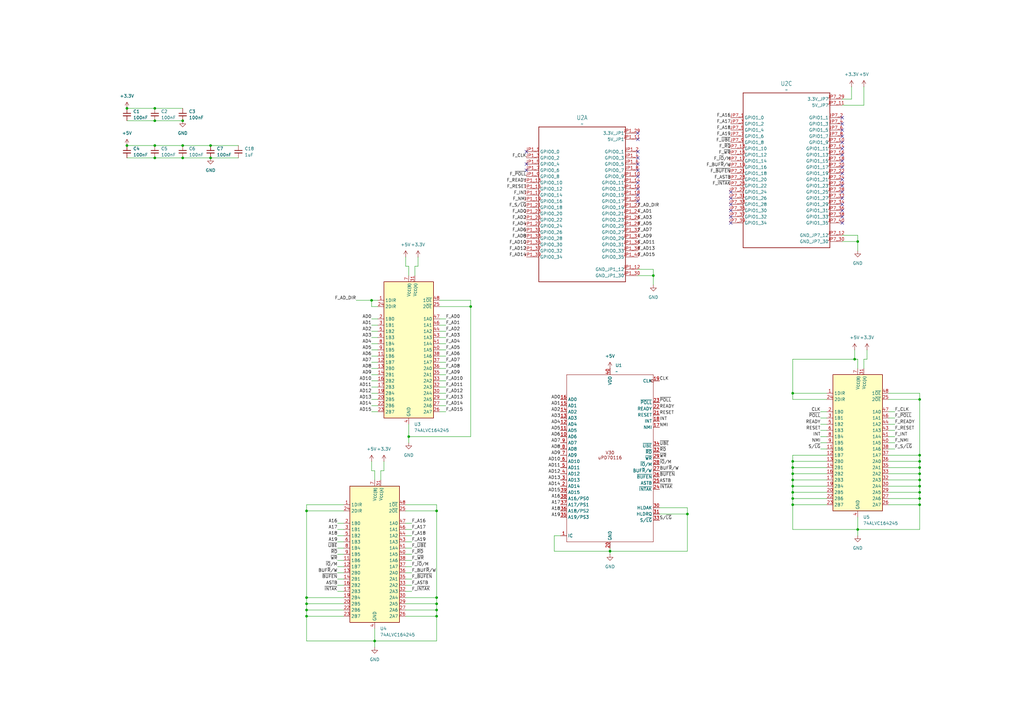
<source format=kicad_sch>
(kicad_sch (version 20231120) (generator "eeschema") (generator_version "8.0")
  (paper "A3")
  (lib_symbols
    (symbol "74xx:74ALVC164245"
      (property "Reference" "U" (at -10.16 29.21 0))
      (property "Value" "74ALVC164245" (at 1.27 -29.21 0))
      (symbol "74ALVC164245_0_1"
        (rectangle (start -10.16 27.94) (end 10.16 -27.94) (stroke (width 0.254)) (fill (type background)))
      )
      (symbol "74ALVC164245_1_1"
        (pin input line (at -12.7 20.32 0) (length 2.54) (name "1DIR") (number "1"))
        (pin passive line (at 0 -30.48 90) (length 2.54) hide (name "GND") (number "10"))
        (pin bidirectional line (at -12.7 -2.54 0) (length 2.54) (name "1B6") (number "11"))
        (pin bidirectional line (at -12.7 -5.08 0) (length 2.54) (name "1B7") (number "12"))
        (pin bidirectional line (at -12.7 -7.62 0) (length 2.54) (name "2B0") (number "13"))
        (pin bidirectional line (at -12.7 -10.16 0) (length 2.54) (name "2B1") (number "14"))
        (pin passive line (at 0 -30.48 90) (length 2.54) hide (name "GND") (number "15"))
        (pin bidirectional line (at -12.7 -12.7 0) (length 2.54) (name "2B2") (number "16"))
        (pin bidirectional line (at -12.7 -15.24 0) (length 2.54) (name "2B3") (number "17"))
        (pin passive line (at 0 30.48 270) (length 2.54) hide (name "V_{CC(B)}") (number "18"))
        (pin bidirectional line (at -12.7 -17.78 0) (length 2.54) (name "2B4") (number "19"))
        (pin bidirectional line (at -12.7 12.7 0) (length 2.54) (name "1B0") (number "2"))
        (pin bidirectional line (at -12.7 -20.32 0) (length 2.54) (name "2B5") (number "20"))
        (pin passive line (at 0 -30.48 90) (length 2.54) hide (name "GND") (number "21"))
        (pin bidirectional line (at -12.7 -22.86 0) (length 2.54) (name "2B6") (number "22"))
        (pin bidirectional line (at -12.7 -25.4 0) (length 2.54) (name "2B7") (number "23"))
        (pin input line (at -12.7 17.78 0) (length 2.54) (name "2DIR") (number "24"))
        (pin input line (at 12.7 17.78 180) (length 2.54) (name "2~{OE}") (number "25"))
        (pin bidirectional line (at 12.7 -25.4 180) (length 2.54) (name "2A7") (number "26"))
        (pin bidirectional line (at 12.7 -22.86 180) (length 2.54) (name "2A6") (number "27"))
        (pin passive line (at 0 -30.48 90) (length 2.54) hide (name "GND") (number "28"))
        (pin bidirectional line (at 12.7 -20.32 180) (length 2.54) (name "2A5") (number "29"))
        (pin bidirectional line (at -12.7 10.16 0) (length 2.54) (name "1B1") (number "3"))
        (pin bidirectional line (at 12.7 -17.78 180) (length 2.54) (name "2A4") (number "30"))
        (pin power_in line (at 2.54 30.48 270) (length 2.54) (name "V_{CC(A)}") (number "31"))
        (pin bidirectional line (at 12.7 -15.24 180) (length 2.54) (name "2A3") (number "32"))
        (pin bidirectional line (at 12.7 -12.7 180) (length 2.54) (name "2A2") (number "33"))
        (pin passive line (at 0 -30.48 90) (length 2.54) hide (name "GND") (number "34"))
        (pin bidirectional line (at 12.7 -10.16 180) (length 2.54) (name "2A1") (number "35"))
        (pin bidirectional line (at 12.7 -7.62 180) (length 2.54) (name "2A0") (number "36"))
        (pin bidirectional line (at 12.7 -5.08 180) (length 2.54) (name "1A7") (number "37"))
        (pin bidirectional line (at 12.7 -2.54 180) (length 2.54) (name "1A6") (number "38"))
        (pin passive line (at 0 -30.48 90) (length 2.54) hide (name "GND") (number "39"))
        (pin power_in line (at 0 -30.48 90) (length 2.54) (name "GND") (number "4"))
        (pin bidirectional line (at 12.7 0 180) (length 2.54) (name "1A5") (number "40"))
        (pin bidirectional line (at 12.7 2.54 180) (length 2.54) (name "1A4") (number "41"))
        (pin passive line (at 2.54 30.48 270) (length 2.54) hide (name "V_{CC(A)}") (number "42"))
        (pin bidirectional line (at 12.7 5.08 180) (length 2.54) (name "1A3") (number "43"))
        (pin bidirectional line (at 12.7 7.62 180) (length 2.54) (name "1A2") (number "44"))
        (pin passive line (at 0 -30.48 90) (length 2.54) hide (name "GND") (number "45"))
        (pin bidirectional line (at 12.7 10.16 180) (length 2.54) (name "1A1") (number "46"))
        (pin bidirectional line (at 12.7 12.7 180) (length 2.54) (name "1A0") (number "47"))
        (pin input line (at 12.7 20.32 180) (length 2.54) (name "1~{OE}") (number "48"))
        (pin bidirectional line (at -12.7 7.62 0) (length 2.54) (name "1B2") (number "5"))
        (pin bidirectional line (at -12.7 5.08 0) (length 2.54) (name "1B3") (number "6"))
        (pin power_in line (at 0 30.48 270) (length 2.54) (name "V_{CC(B)}") (number "7"))
        (pin bidirectional line (at -12.7 2.54 0) (length 2.54) (name "1B4") (number "8"))
        (pin bidirectional line (at -12.7 0 0) (length 2.54) (name "1B5") (number "9"))
      )
    )
    (symbol "Device:C_Small" (pin_numbers hide) (pin_names (offset 0.254) hide)
      (property "Reference" "C" (at 0.254 1.778 0))
      (property "Value" "C_Small" (at 0.254 -2.032 0))
      (symbol "C_Small_0_1"
        (polyline (pts (xy -1.524 -0.508) (xy 1.524 -0.508)) (stroke (width 0.3302)))
        (polyline (pts (xy -1.524 0.508) (xy 1.524 0.508)) (stroke (width 0.3048)))
      )
      (symbol "C_Small_1_1"
        (pin passive line (at 0 2.54 270) (length 2.032) (name "~") (number "1"))
        (pin passive line (at 0 -2.54 90) (length 2.032) (name "~") (number "2"))
      )
    )
    (symbol "NEC-DE10:P0496"
      (property "Reference" "U" (at -17.78 33.02 0))
      (symbol "P0496_1_0"
        (polyline (pts (xy -17.78 -33.02) (xy -17.78 30.48)) (stroke (width 0.254)))
        (polyline (pts (xy -17.78 30.48) (xy 17.78 30.48)) (stroke (width 0.254)))
        (polyline (pts (xy 17.78 -33.02) (xy -17.78 -33.02)) (stroke (width 0.254)))
        (polyline (pts (xy 17.78 30.48) (xy 17.78 -33.02)) (stroke (width 0.254)))
        (pin bidirectional line (at -22.86 20.32 0) (length 5.08) (name "GPIO0_0") (number "JP1_1"))
        (pin bidirectional line (at 22.86 10.16 180) (length 5.08) (name "GPIO0_9") (number "JP1_10"))
        (pin power_in line (at 22.86 25.4 180) (length 5.08) (name "5V_JP1") (number "JP1_11"))
        (pin power_in line (at 22.86 -27.94 180) (length 5.08) (name "GND_JP1_12") (number "JP1_12"))
        (pin bidirectional line (at -22.86 7.62 0) (length 5.08) (name "GPIO0_10") (number "JP1_13"))
        (pin bidirectional line (at 22.86 7.62 180) (length 5.08) (name "GPIO0_11") (number "JP1_14"))
        (pin bidirectional line (at -22.86 5.08 0) (length 5.08) (name "GPIO0_12") (number "JP1_15"))
        (pin bidirectional line (at 22.86 5.08 180) (length 5.08) (name "GPIO0_13") (number "JP1_16"))
        (pin bidirectional line (at -22.86 2.54 0) (length 5.08) (name "GPIO0_14") (number "JP1_17"))
        (pin bidirectional line (at 22.86 2.54 180) (length 5.08) (name "GPIO0_15") (number "JP1_18"))
        (pin bidirectional line (at -22.86 0 0) (length 5.08) (name "GPIO0_16") (number "JP1_19"))
        (pin bidirectional line (at 22.86 20.32 180) (length 5.08) (name "GPIO0_1") (number "JP1_2"))
        (pin bidirectional line (at 22.86 0 180) (length 5.08) (name "GPIO0_17") (number "JP1_20"))
        (pin bidirectional line (at -22.86 -2.54 0) (length 5.08) (name "GPIO0_18") (number "JP1_21"))
        (pin bidirectional line (at 22.86 -2.54 180) (length 5.08) (name "GPIO0_19") (number "JP1_22"))
        (pin bidirectional line (at -22.86 -5.08 0) (length 5.08) (name "GPIO0_20") (number "JP1_23"))
        (pin bidirectional line (at 22.86 -5.08 180) (length 5.08) (name "GPIO0_21") (number "JP1_24"))
        (pin bidirectional line (at -22.86 -7.62 0) (length 5.08) (name "GPIO0_22") (number "JP1_25"))
        (pin bidirectional line (at 22.86 -7.62 180) (length 5.08) (name "GPIO0_23") (number "JP1_26"))
        (pin bidirectional line (at -22.86 -10.16 0) (length 5.08) (name "GPIO0_24") (number "JP1_27"))
        (pin bidirectional line (at 22.86 -10.16 180) (length 5.08) (name "GPIO0_25") (number "JP1_28"))
        (pin power_in line (at 22.86 27.94 180) (length 5.08) (name "3.3V_JP1") (number "JP1_29"))
        (pin bidirectional line (at -22.86 17.78 0) (length 5.08) (name "GPIO0_2") (number "JP1_3"))
        (pin power_in line (at 22.86 -30.48 180) (length 5.08) (name "GND_JP1_30") (number "JP1_30"))
        (pin bidirectional line (at -22.86 -12.7 0) (length 5.08) (name "GPIO0_26") (number "JP1_31"))
        (pin bidirectional line (at 22.86 -12.7 180) (length 5.08) (name "GPIO0_27") (number "JP1_32"))
        (pin bidirectional line (at -22.86 -15.24 0) (length 5.08) (name "GPIO0_28") (number "JP1_33"))
        (pin bidirectional line (at 22.86 -15.24 180) (length 5.08) (name "GPIO0_29") (number "JP1_34"))
        (pin bidirectional line (at -22.86 -17.78 0) (length 5.08) (name "GPIO0_30") (number "JP1_35"))
        (pin bidirectional line (at 22.86 -17.78 180) (length 5.08) (name "GPIO0_31") (number "JP1_36"))
        (pin bidirectional line (at -22.86 -20.32 0) (length 5.08) (name "GPIO0_32") (number "JP1_37"))
        (pin bidirectional line (at 22.86 -20.32 180) (length 5.08) (name "GPIO0_33") (number "JP1_38"))
        (pin bidirectional line (at -22.86 -22.86 0) (length 5.08) (name "GPIO0_34") (number "JP1_39"))
        (pin bidirectional line (at 22.86 17.78 180) (length 5.08) (name "GPIO0_3") (number "JP1_4"))
        (pin bidirectional line (at 22.86 -22.86 180) (length 5.08) (name "GPIO0_35") (number "JP1_40"))
        (pin bidirectional line (at -22.86 15.24 0) (length 5.08) (name "GPIO0_4") (number "JP1_5"))
        (pin bidirectional line (at 22.86 15.24 180) (length 5.08) (name "GPIO0_5") (number "JP1_6"))
        (pin bidirectional line (at -22.86 12.7 0) (length 5.08) (name "GPIO0_6") (number "JP1_7"))
        (pin bidirectional line (at 22.86 12.7 180) (length 5.08) (name "GPIO0_7") (number "JP1_8"))
        (pin bidirectional line (at -22.86 10.16 0) (length 5.08) (name "GPIO0_8") (number "JP1_9"))
      )
      (symbol "P0496_2_0"
        (polyline (pts (xy -15.24 -45.72) (xy -15.24 48.26)) (stroke (width 0.254)))
        (polyline (pts (xy -15.24 -45.72) (xy 15.24 -45.72)) (stroke (width 0.254)))
        (polyline (pts (xy -15.24 48.26) (xy 15.24 48.26)) (stroke (width 0.254)))
        (polyline (pts (xy 15.24 48.26) (xy 15.24 -45.72)) (stroke (width 0.254)))
        (pin bidirectional clock (at -20.32 -25.4 0) (length 5.08) (name "ARDUINO_IO15/SCL") (number "JP2_1"))
        (pin bidirectional line (at -20.32 -7.62 0) (length 5.08) (name "ARDUINO_IO8") (number "JP2_10"))
        (pin bidirectional line (at -20.32 -22.86 0) (length 5.08) (name "ARDUINO_IO14/SDA") (number "JP2_2"))
        (pin bidirectional line (at -20.32 -30.48 0) (length 5.08) (name "ANALOG_VREF") (number "JP2_3"))
        (pin power_in line (at 20.32 -43.18 180) (length 5.08) (name "GND") (number "JP2_4"))
        (pin bidirectional line (at -20.32 -20.32 0) (length 5.08) (name "ARDUINO_IO13") (number "JP2_5"))
        (pin bidirectional line (at -20.32 -17.78 0) (length 5.08) (name "ARDUINO_IO12") (number "JP2_6"))
        (pin bidirectional line (at -20.32 -15.24 0) (length 5.08) (name "ARDUINO_IO11") (number "JP2_7"))
        (pin bidirectional line (at -20.32 -12.7 0) (length 5.08) (name "ARDUINO_IO10") (number "JP2_8"))
        (pin bidirectional line (at -20.32 -10.16 0) (length 5.08) (name "ARDUINO_IO9") (number "JP2_9"))
        (pin bidirectional line (at -20.32 -5.08 0) (length 5.08) (name "ARDUINO_IO7") (number "JP3_1"))
        (pin bidirectional line (at -20.32 -2.54 0) (length 5.08) (name "ARDUINO_IO6") (number "JP3_2"))
        (pin bidirectional line (at -20.32 0 0) (length 5.08) (name "ARDUINO_IO5") (number "JP3_3"))
        (pin bidirectional line (at -20.32 2.54 0) (length 5.08) (name "ARDUINO_IO4") (number "JP3_4"))
        (pin bidirectional line (at -20.32 5.08 0) (length 5.08) (name "ARDUINO_IO3") (number "JP3_5"))
        (pin bidirectional line (at -20.32 7.62 0) (length 5.08) (name "ARDUINO_IO2") (number "JP3_6"))
        (pin bidirectional line (at -20.32 10.16 0) (length 5.08) (name "ARDUINO_IO1") (number "JP3_7"))
        (pin bidirectional line (at -20.32 12.7 0) (length 5.08) (name "ARDUINO_IO0") (number "JP3_8"))
        (pin bidirectional line (at -20.32 -17.78 0) (length 5.08) (name "ARDUINO_IO12") (number "JP4_1"))
        (pin power_in line (at 20.32 45.72 180) (length 5.08) (name "VCC5") (number "JP4_2"))
        (pin bidirectional line (at -20.32 -20.32 0) (length 5.08) (name "ARDUINO_IO13") (number "JP4_3"))
        (pin bidirectional line (at -20.32 -15.24 0) (length 5.08) (name "ARDUINO_IO11") (number "JP4_4"))
        (pin input line (at -20.32 35.56 0) (length 5.08) (name "ARDUINO_RESET_N") (number "JP4_5"))
        (pin power_in line (at 20.32 -43.18 180) (length 5.08) (name "GND") (number "JP4_6"))
        (pin no_connect line (at -20.32 -38.1 0) (length 5.08) (name "NC") (number "JP5_1"))
        (pin bidirectional line (at -20.32 -33.02 0) (length 5.08) (name "IOREF") (number "JP5_2"))
        (pin input line (at -20.32 35.56 0) (length 5.08) (name "ARDUINO_RESET_N") (number "JP5_3"))
        (pin power_in line (at 20.32 43.18 180) (length 5.08) (name "VCC3P3") (number "JP5_4"))
        (pin power_in line (at 20.32 45.72 180) (length 5.08) (name "VCC5") (number "JP5_5"))
        (pin power_in line (at 20.32 -43.18 180) (length 5.08) (name "GND") (number "JP5_6"))
        (pin power_in line (at 20.32 -43.18 180) (length 5.08) (name "GND") (number "JP5_7"))
        (pin power_in line (at 20.32 40.64 180) (length 5.08) (name "VCC9") (number "JP5_8"))
        (pin input line (at -20.32 30.48 0) (length 5.08) (name "ADC_IN0") (number "JP6_1"))
        (pin input line (at -20.32 27.94 0) (length 5.08) (name "ADC_IN1") (number "JP6_2"))
        (pin input line (at -20.32 25.4 0) (length 5.08) (name "ADC_IN2") (number "JP6_3"))
        (pin input line (at -20.32 22.86 0) (length 5.08) (name "ADC_IN3") (number "JP6_4"))
        (pin input line (at -20.32 20.32 0) (length 5.08) (name "ADC_IN4") (number "JP6_5"))
        (pin input line (at -20.32 17.78 0) (length 5.08) (name "ADC_IN5") (number "JP6_6"))
      )
      (symbol "P0496_3_0"
        (polyline (pts (xy -17.78 -30.48) (xy -17.78 33.02)) (stroke (width 0.254)))
        (polyline (pts (xy -17.78 33.02) (xy 17.78 33.02)) (stroke (width 0.254)))
        (polyline (pts (xy 17.78 -30.48) (xy -17.78 -30.48)) (stroke (width 0.254)))
        (polyline (pts (xy 17.78 33.02) (xy 17.78 -30.48)) (stroke (width 0.254)))
        (pin bidirectional line (at -22.86 22.86 0) (length 5.08) (name "GPIO1_0") (number "JP7_1"))
        (pin bidirectional line (at 22.86 12.7 180) (length 5.08) (name "GPIO1_9") (number "JP7_10"))
        (pin power_in line (at 22.86 27.94 180) (length 5.08) (name "5V_JP7") (number "JP7_11"))
        (pin power_in line (at 22.86 -25.4 180) (length 5.08) (name "GND_JP7_12") (number "JP7_12"))
        (pin bidirectional line (at -22.86 10.16 0) (length 5.08) (name "GPIO1_10") (number "JP7_13"))
        (pin bidirectional line (at 22.86 10.16 180) (length 5.08) (name "GPIO1_11") (number "JP7_14"))
        (pin bidirectional line (at -22.86 7.62 0) (length 5.08) (name "GPIO1_12") (number "JP7_15"))
        (pin bidirectional line (at 22.86 7.62 180) (length 5.08) (name "GPIO1_13") (number "JP7_16"))
        (pin bidirectional line (at -22.86 5.08 0) (length 5.08) (name "GPIO1_14") (number "JP7_17"))
        (pin bidirectional line (at 22.86 5.08 180) (length 5.08) (name "GPIO1_15") (number "JP7_18"))
        (pin bidirectional line (at -22.86 2.54 0) (length 5.08) (name "GPIO1_16") (number "JP7_19"))
        (pin bidirectional line (at 22.86 22.86 180) (length 5.08) (name "GPIO1_1") (number "JP7_2"))
        (pin bidirectional line (at 22.86 2.54 180) (length 5.08) (name "GPIO1_17") (number "JP7_20"))
        (pin bidirectional line (at -22.86 0 0) (length 5.08) (name "GPIO1_18") (number "JP7_21"))
        (pin bidirectional line (at 22.86 0 180) (length 5.08) (name "GPIO1_19") (number "JP7_22"))
        (pin bidirectional line (at -22.86 -2.54 0) (length 5.08) (name "GPIO1_20") (number "JP7_23"))
        (pin bidirectional line (at 22.86 -2.54 180) (length 5.08) (name "GPIO1_21") (number "JP7_24"))
        (pin bidirectional line (at -22.86 -5.08 0) (length 5.08) (name "GPIO1_22") (number "JP7_25"))
        (pin bidirectional line (at 22.86 -5.08 180) (length 5.08) (name "GPIO1_23") (number "JP7_26"))
        (pin bidirectional line (at -22.86 -7.62 0) (length 5.08) (name "GPIO1_24") (number "JP7_27"))
        (pin bidirectional line (at 22.86 -7.62 180) (length 5.08) (name "GPIO1_25") (number "JP7_28"))
        (pin power_in line (at 22.86 30.48 180) (length 5.08) (name "3.3V_JP7") (number "JP7_29"))
        (pin bidirectional line (at -22.86 20.32 0) (length 5.08) (name "GPIO1_2") (number "JP7_3"))
        (pin power_in line (at 22.86 -27.94 180) (length 5.08) (name "GND_JP7_30") (number "JP7_30"))
        (pin bidirectional line (at -22.86 -10.16 0) (length 5.08) (name "GPIO1_26") (number "JP7_31"))
        (pin bidirectional line (at 22.86 -10.16 180) (length 5.08) (name "GPIO1_27") (number "JP7_32"))
        (pin bidirectional line (at -22.86 -12.7 0) (length 5.08) (name "GPIO1_28") (number "JP7_33"))
        (pin bidirectional line (at 22.86 -12.7 180) (length 5.08) (name "GPIO1_29") (number "JP7_34"))
        (pin bidirectional line (at -22.86 -15.24 0) (length 5.08) (name "GPIO1_30") (number "JP7_35"))
        (pin bidirectional line (at 22.86 -15.24 180) (length 5.08) (name "GPIO1_31") (number "JP7_36"))
        (pin bidirectional line (at -22.86 -17.78 0) (length 5.08) (name "GPIO1_32") (number "JP7_37"))
        (pin bidirectional line (at 22.86 -17.78 180) (length 5.08) (name "GPIO1_33") (number "JP7_38"))
        (pin bidirectional line (at -22.86 -20.32 0) (length 5.08) (name "GPIO1_34") (number "JP7_39"))
        (pin bidirectional line (at 22.86 20.32 180) (length 5.08) (name "GPIO1_3") (number "JP7_4"))
        (pin bidirectional line (at 22.86 -20.32 180) (length 5.08) (name "GPIO1_35") (number "JP7_40"))
        (pin bidirectional line (at -22.86 17.78 0) (length 5.08) (name "GPIO1_4") (number "JP7_5"))
        (pin bidirectional line (at 22.86 17.78 180) (length 5.08) (name "GPIO1_5") (number "JP7_6"))
        (pin bidirectional line (at -22.86 15.24 0) (length 5.08) (name "GPIO1_6") (number "JP7_7"))
        (pin bidirectional line (at 22.86 15.24 180) (length 5.08) (name "GPIO1_7") (number "JP7_8"))
        (pin bidirectional line (at -22.86 12.7 0) (length 5.08) (name "GPIO1_8") (number "JP7_9"))
      )
    )
    (symbol "NEC-DE10:V30"
      (property "Reference" "U" (at -17.018 34.544 0))
      (symbol "V30_0_0"
        (pin input line (at -20.32 -33.02 0) (length 2.54) (name "IC") (number "1"))
        (pin bidirectional line (at -20.32 7.62 0) (length 2.54) (name "AD6") (number "10"))
        (pin bidirectional line (at -20.32 10.16 0) (length 2.54) (name "AD5") (number "11"))
        (pin bidirectional line (at -20.32 12.7 0) (length 2.54) (name "AD4") (number "12"))
        (pin bidirectional line (at -20.32 15.24 0) (length 2.54) (name "AD3") (number "13"))
        (pin bidirectional line (at -20.32 17.78 0) (length 2.54) (name "AD2") (number "14"))
        (pin bidirectional line (at -20.32 20.32 0) (length 2.54) (name "AD1") (number "15"))
        (pin bidirectional line (at -20.32 22.86 0) (length 2.54) (name "AD0") (number "16"))
        (pin input line (at 20.32 11.43 180) (length 2.54) (name "NMI") (number "17"))
        (pin input line (at 20.32 13.97 180) (length 2.54) (name "INT") (number "18"))
        (pin bidirectional line (at -20.32 -12.7 0) (length 2.54) (name "AD14") (number "2"))
        (pin power_in line (at 0 -38.1 90) (length 2.54) (name "GND") (number "20"))
        (pin input line (at 20.32 16.51 180) (length 2.54) (name "RESET") (number "21"))
        (pin input line (at 20.32 19.05 180) (length 2.54) (name "READY") (number "22"))
        (pin input line (at 20.32 21.59 180) (length 2.54) (name "~{POLL}") (number "23"))
        (pin output line (at 20.32 -11.43 180) (length 2.54) (name "ASTB") (number "25"))
        (pin output line (at 20.32 -8.89 180) (length 2.54) (name "~{BUFEN}") (number "26"))
        (pin output line (at 20.32 -6.35 180) (length 2.54) (name "BUF~{R}/W") (number "27"))
        (pin output line (at 20.32 -3.81 180) (length 2.54) (name "~{IO}/M") (number "28"))
        (pin output line (at 20.32 -1.27 180) (length 2.54) (name "~{WR}") (number "29"))
        (pin bidirectional line (at -20.32 -10.16 0) (length 2.54) (name "AD13") (number "3"))
        (pin bidirectional line (at 20.32 -21.59 180) (length 2.54) (name "HLDAK") (number "30"))
        (pin bidirectional line (at 20.32 -24.13 180) (length 2.54) (name "HLDRQ") (number "31"))
        (pin output line (at 20.32 1.27 180) (length 2.54) (name "~{RD}") (number "32"))
        (pin input line (at 20.32 -26.67 180) (length 2.54) (name "S/~{LG}") (number "33"))
        (pin output line (at -20.32 -25.4 0) (length 2.54) (name "A19/PS3") (number "35"))
        (pin output line (at -20.32 -22.86 0) (length 2.54) (name "A18/PS2") (number "36"))
        (pin output line (at -20.32 -20.32 0) (length 2.54) (name "A17/PS1") (number "37"))
        (pin output line (at -20.32 -17.78 0) (length 2.54) (name "A16/PS0") (number "38"))
        (pin bidirectional line (at -20.32 -7.62 0) (length 2.54) (name "AD12") (number "4"))
        (pin power_in line (at 0 35.56 270) (length 2.54) (name "VDD") (number "40"))
        (pin bidirectional line (at -20.32 -5.08 0) (length 2.54) (name "AD11") (number "5"))
        (pin bidirectional line (at -20.32 -2.54 0) (length 2.54) (name "AD10") (number "6"))
        (pin bidirectional line (at -20.32 0 0) (length 2.54) (name "AD9") (number "7"))
        (pin bidirectional line (at -20.32 2.54 0) (length 2.54) (name "AD8") (number "8"))
        (pin bidirectional line (at -20.32 5.08 0) (length 2.54) (name "AD7") (number "9"))
      )
      (symbol "V30_0_1"
        (rectangle (start -17.78 33.02) (end 17.78 -35.56))
      )
      (symbol "V30_1_0"
        (pin output clock (at 20.32 30.48 180) (length 2.54) (name "CLK") (number "19"))
        (pin output line (at 20.32 -13.97 180) (length 2.54) (name "~{INTAK}") (number "24"))
        (pin output line (at 20.32 3.81 180) (length 2.54) (name "~{UBE}") (number "34"))
        (pin bidirectional line (at -20.32 -15.24 0) (length 2.54) (name "AD15") (number "39"))
      )
      (symbol "V30_1_1"
        (text "V30\nuPD70116" (at 0 0 0) (effects (font (size 1.27 1.27))))
      )
    )
    (symbol "power:+3.3V" (power) (pin_numbers hide) (pin_names (offset 0) hide)
      (property "Value" "+3.3V" (at 0 3.556 0))
      (symbol "+3.3V_0_1"
        (polyline (pts (xy -0.762 1.27) (xy 0 2.54)))
        (polyline (pts (xy 0 0) (xy 0 2.54)))
        (polyline (pts (xy 0 2.54) (xy 0.762 1.27)))
      )
      (symbol "+3.3V_1_1"
        (pin power_in line (at 0 0 90) (length 0) (name "~") (number "1"))
      )
    )
    (symbol "power:+5V" (power) (pin_numbers hide) (pin_names (offset 0) hide)
      (property "Value" "+5V" (at 0 3.556 0))
      (symbol "+5V_0_1"
        (polyline (pts (xy -0.762 1.27) (xy 0 2.54)))
        (polyline (pts (xy 0 0) (xy 0 2.54)))
        (polyline (pts (xy 0 2.54) (xy 0.762 1.27)))
      )
      (symbol "+5V_1_1"
        (pin power_in line (at 0 0 90) (length 0) (name "~") (number "1"))
      )
    )
    (symbol "power:GND" (power) (pin_numbers hide) (pin_names (offset 0) hide)
      (property "Value" "GND" (at 0 -3.81 0))
      (symbol "GND_0_1"
        (polyline (pts (xy 0 0) (xy 0 -1.27) (xy 1.27 -1.27) (xy 0 -2.54) (xy -1.27 -1.27) (xy 0 -1.27)))
      )
      (symbol "GND_1_1"
        (pin power_in line (at 0 0 270) (length 0) (name "~") (number "1"))
      )
    )
  )
  (junction (at 325.12 196.85))
  (junction (at 377.19 191.77))
  (junction (at 325.12 194.31))
  (junction (at 193.04 125.73))
  (junction (at 281.94 210.82))
  (junction (at 125.73 252.73))
  (junction (at 377.19 186.69))
  (junction (at 325.12 191.77))
  (junction (at 267.97 113.03))
  (junction (at 167.64 179.07))
  (junction (at 350.52 147.32))
  (junction (at 86.36 59.69))
  (junction (at 74.93 59.69))
  (junction (at 179.07 245.11))
  (junction (at 152.4 123.19))
  (junction (at 74.93 49.53))
  (junction (at 325.12 204.47))
  (junction (at 63.5 44.45))
  (junction (at 63.5 59.69))
  (junction (at 377.19 199.39))
  (junction (at 125.73 209.55))
  (junction (at 325.12 201.93))
  (junction (at 377.19 201.93))
  (junction (at 351.79 217.17))
  (junction (at 179.07 247.65))
  (junction (at 125.73 250.19))
  (junction (at 377.19 196.85))
  (junction (at 377.19 204.47))
  (junction (at 86.36 64.77))
  (junction (at 153.67 262.89))
  (junction (at 52.07 44.45))
  (junction (at 351.79 99.06))
  (junction (at 325.12 207.01))
  (junction (at 179.07 209.55))
  (junction (at 325.12 199.39))
  (junction (at 125.73 245.11))
  (junction (at 325.12 189.23))
  (junction (at 377.19 207.01))
  (junction (at 377.19 163.83))
  (junction (at 125.73 247.65))
  (junction (at 74.93 64.77))
  (junction (at 179.07 252.73))
  (junction (at 250.19 226.06))
  (junction (at 179.07 250.19))
  (junction (at 377.19 194.31))
  (junction (at 63.5 49.53))
  (junction (at 63.5 64.77))
  (junction (at 325.12 161.29))
  (junction (at 377.19 189.23))
  (junction (at 52.07 59.69))
  (no_connect (at 215.9 67.31))
  (no_connect (at 345.44 86.36))
  (no_connect (at 261.62 54.61))
  (no_connect (at 299.72 78.74))
  (no_connect (at 345.44 91.44))
  (no_connect (at 345.44 53.34))
  (no_connect (at 261.62 64.77))
  (no_connect (at 261.62 77.47))
  (no_connect (at 345.44 83.82))
  (no_connect (at 345.44 50.8))
  (no_connect (at 215.9 69.85))
  (no_connect (at 345.44 71.12))
  (no_connect (at 261.62 74.93))
  (no_connect (at 345.44 88.9))
  (no_connect (at 345.44 48.26))
  (no_connect (at 299.72 83.82))
  (no_connect (at 299.72 91.44))
  (no_connect (at 345.44 58.42))
  (no_connect (at 261.62 67.31))
  (no_connect (at 345.44 68.58))
  (no_connect (at 215.9 62.23))
  (no_connect (at 345.44 66.04))
  (no_connect (at 261.62 57.15))
  (no_connect (at 299.72 86.36))
  (no_connect (at 345.44 76.2))
  (no_connect (at 345.44 78.74))
  (no_connect (at 261.62 62.23))
  (no_connect (at 345.44 63.5))
  (no_connect (at 261.62 80.01))
  (no_connect (at 261.62 69.85))
  (no_connect (at 345.44 55.88))
  (no_connect (at 261.62 82.55))
  (no_connect (at 345.44 60.96))
  (no_connect (at 299.72 81.28))
  (no_connect (at 261.62 72.39))
  (no_connect (at 345.44 81.28))
  (no_connect (at 299.72 88.9))
  (no_connect (at 345.44 73.66))
  (wire (pts (xy 364.49 163.83) (xy 377.19 163.83)))
  (wire (pts (xy 267.97 113.03) (xy 267.97 116.84)))
  (wire (pts (xy 152.4 161.29) (xy 154.94 161.29)))
  (wire (pts (xy 377.19 194.31) (xy 377.19 191.77)))
  (wire (pts (xy 355.6 147.32) (xy 355.6 143.51)))
  (wire (pts (xy 325.12 163.83) (xy 339.09 163.83)))
  (wire (pts (xy 281.94 208.28) (xy 281.94 210.82)))
  (wire (pts (xy 180.34 146.05) (xy 182.88 146.05)))
  (wire (pts (xy 270.51 208.28) (xy 281.94 208.28)))
  (wire (pts (xy 350.52 147.32) (xy 325.12 147.32)))
  (wire (pts (xy 270.51 210.82) (xy 281.94 210.82)))
  (wire (pts (xy 351.79 96.52) (xy 351.79 99.06)))
  (wire (pts (xy 140.97 224.79) (xy 138.43 224.79)))
  (wire (pts (xy 364.49 199.39) (xy 377.19 199.39)))
  (wire (pts (xy 125.73 250.19) (xy 140.97 250.19)))
  (wire (pts (xy 325.12 147.32) (xy 325.12 161.29)))
  (wire (pts (xy 125.73 252.73) (xy 125.73 262.89)))
  (wire (pts (xy 325.12 189.23) (xy 325.12 191.77)))
  (wire (pts (xy 152.4 156.21) (xy 154.94 156.21)))
  (wire (pts (xy 167.64 109.22) (xy 166.37 109.22)))
  (wire (pts (xy 140.97 227.33) (xy 138.43 227.33)))
  (wire (pts (xy 179.07 209.55) (xy 179.07 207.01)))
  (wire (pts (xy 350.52 147.32) (xy 350.52 143.51)))
  (wire (pts (xy 140.97 247.65) (xy 125.73 247.65)))
  (wire (pts (xy 152.4 151.13) (xy 154.94 151.13)))
  (wire (pts (xy 153.67 196.85) (xy 153.67 193.04)))
  (wire (pts (xy 152.4 148.59) (xy 154.94 148.59)))
  (wire (pts (xy 339.09 179.07) (xy 336.55 179.07)))
  (wire (pts (xy 125.73 245.11) (xy 140.97 245.11)))
  (wire (pts (xy 152.4 193.04) (xy 152.4 189.23)))
  (wire (pts (xy 377.19 217.17) (xy 351.79 217.17)))
  (wire (pts (xy 168.91 227.33) (xy 166.37 227.33)))
  (wire (pts (xy 227.33 219.71) (xy 227.33 226.06)))
  (wire (pts (xy 140.97 232.41) (xy 138.43 232.41)))
  (wire (pts (xy 364.49 194.31) (xy 377.19 194.31)))
  (wire (pts (xy 146.05 123.19) (xy 152.4 123.19)))
  (wire (pts (xy 180.34 125.73) (xy 193.04 125.73)))
  (wire (pts (xy 367.03 173.99) (xy 364.49 173.99)))
  (wire (pts (xy 63.5 44.45) (xy 74.93 44.45)))
  (wire (pts (xy 152.4 163.83) (xy 154.94 163.83)))
  (wire (pts (xy 377.19 196.85) (xy 377.19 194.31)))
  (wire (pts (xy 180.34 156.21) (xy 182.88 156.21)))
  (wire (pts (xy 52.07 49.53) (xy 63.5 49.53)))
  (wire (pts (xy 168.91 222.25) (xy 166.37 222.25)))
  (wire (pts (xy 152.4 140.97) (xy 154.94 140.97)))
  (wire (pts (xy 339.09 171.45) (xy 336.55 171.45)))
  (wire (pts (xy 152.4 153.67) (xy 154.94 153.67)))
  (wire (pts (xy 325.12 189.23) (xy 339.09 189.23)))
  (wire (pts (xy 152.4 135.89) (xy 154.94 135.89)))
  (wire (pts (xy 157.48 193.04) (xy 157.48 189.23)))
  (wire (pts (xy 152.4 123.19) (xy 154.94 123.19)))
  (wire (pts (xy 325.12 204.47) (xy 325.12 207.01)))
  (wire (pts (xy 377.19 199.39) (xy 377.19 196.85)))
  (wire (pts (xy 354.33 147.32) (xy 355.6 147.32)))
  (wire (pts (xy 166.37 109.22) (xy 166.37 105.41)))
  (wire (pts (xy 325.12 186.69) (xy 325.12 189.23)))
  (wire (pts (xy 171.45 109.22) (xy 171.45 105.41)))
  (wire (pts (xy 339.09 184.15) (xy 336.55 184.15)))
  (wire (pts (xy 325.12 194.31) (xy 339.09 194.31)))
  (wire (pts (xy 377.19 207.01) (xy 377.19 204.47)))
  (wire (pts (xy 325.12 199.39) (xy 325.12 201.93)))
  (wire (pts (xy 193.04 123.19) (xy 193.04 125.73)))
  (wire (pts (xy 168.91 232.41) (xy 166.37 232.41)))
  (wire (pts (xy 180.34 135.89) (xy 182.88 135.89)))
  (wire (pts (xy 377.19 189.23) (xy 377.19 186.69)))
  (wire (pts (xy 74.93 64.77) (xy 86.36 64.77)))
  (wire (pts (xy 351.79 147.32) (xy 350.52 147.32)))
  (wire (pts (xy 156.21 196.85) (xy 156.21 193.04)))
  (wire (pts (xy 153.67 262.89) (xy 153.67 265.43)))
  (wire (pts (xy 125.73 207.01) (xy 125.73 209.55)))
  (wire (pts (xy 166.37 209.55) (xy 179.07 209.55)))
  (wire (pts (xy 339.09 181.61) (xy 336.55 181.61)))
  (wire (pts (xy 170.18 113.03) (xy 170.18 109.22)))
  (wire (pts (xy 180.34 166.37) (xy 182.88 166.37)))
  (wire (pts (xy 63.5 49.53) (xy 74.93 49.53)))
  (wire (pts (xy 339.09 161.29) (xy 325.12 161.29)))
  (wire (pts (xy 166.37 245.11) (xy 179.07 245.11)))
  (wire (pts (xy 168.91 229.87) (xy 166.37 229.87)))
  (wire (pts (xy 180.34 151.13) (xy 182.88 151.13)))
  (wire (pts (xy 152.4 146.05) (xy 154.94 146.05)))
  (wire (pts (xy 52.07 59.69) (xy 63.5 59.69)))
  (wire (pts (xy 168.91 224.79) (xy 166.37 224.79)))
  (wire (pts (xy 179.07 252.73) (xy 179.07 250.19)))
  (wire (pts (xy 345.44 43.18) (xy 354.33 43.18)))
  (wire (pts (xy 166.37 252.73) (xy 179.07 252.73)))
  (wire (pts (xy 354.33 151.13) (xy 354.33 147.32)))
  (wire (pts (xy 364.49 186.69) (xy 377.19 186.69)))
  (wire (pts (xy 261.62 110.49) (xy 267.97 110.49)))
  (wire (pts (xy 152.4 125.73) (xy 152.4 123.19)))
  (wire (pts (xy 125.73 252.73) (xy 140.97 252.73)))
  (wire (pts (xy 156.21 193.04) (xy 157.48 193.04)))
  (wire (pts (xy 351.79 212.09) (xy 351.79 217.17)))
  (wire (pts (xy 86.36 64.77) (xy 97.79 64.77)))
  (wire (pts (xy 180.34 123.19) (xy 193.04 123.19)))
  (wire (pts (xy 167.64 113.03) (xy 167.64 109.22)))
  (wire (pts (xy 267.97 110.49) (xy 267.97 113.03)))
  (wire (pts (xy 261.62 113.03) (xy 267.97 113.03)))
  (wire (pts (xy 193.04 125.73) (xy 193.04 179.07)))
  (wire (pts (xy 325.12 207.01) (xy 325.12 217.17)))
  (wire (pts (xy 140.97 217.17) (xy 138.43 217.17)))
  (wire (pts (xy 325.12 191.77) (xy 339.09 191.77)))
  (wire (pts (xy 179.07 247.65) (xy 179.07 245.11)))
  (wire (pts (xy 377.19 163.83) (xy 377.19 161.29)))
  (wire (pts (xy 140.97 222.25) (xy 138.43 222.25)))
  (wire (pts (xy 125.73 247.65) (xy 125.73 250.19)))
  (wire (pts (xy 180.34 148.59) (xy 182.88 148.59)))
  (wire (pts (xy 180.34 138.43) (xy 182.88 138.43)))
  (wire (pts (xy 52.07 64.77) (xy 63.5 64.77)))
  (wire (pts (xy 125.73 262.89) (xy 153.67 262.89)))
  (wire (pts (xy 125.73 245.11) (xy 125.73 209.55)))
  (wire (pts (xy 325.12 204.47) (xy 339.09 204.47)))
  (wire (pts (xy 364.49 196.85) (xy 377.19 196.85)))
  (wire (pts (xy 281.94 226.06) (xy 250.19 226.06)))
  (wire (pts (xy 364.49 204.47) (xy 377.19 204.47)))
  (wire (pts (xy 179.07 250.19) (xy 179.07 247.65)))
  (wire (pts (xy 367.03 181.61) (xy 364.49 181.61)))
  (wire (pts (xy 152.4 133.35) (xy 154.94 133.35)))
  (wire (pts (xy 140.97 229.87) (xy 138.43 229.87)))
  (wire (pts (xy 180.34 130.81) (xy 182.88 130.81)))
  (wire (pts (xy 179.07 262.89) (xy 179.07 252.73)))
  (wire (pts (xy 180.34 133.35) (xy 182.88 133.35)))
  (wire (pts (xy 364.49 201.93) (xy 377.19 201.93)))
  (wire (pts (xy 339.09 176.53) (xy 336.55 176.53)))
  (wire (pts (xy 377.19 186.69) (xy 377.19 163.83)))
  (wire (pts (xy 325.12 194.31) (xy 325.12 196.85)))
  (wire (pts (xy 167.64 173.99) (xy 167.64 179.07)))
  (wire (pts (xy 325.12 201.93) (xy 325.12 204.47)))
  (wire (pts (xy 168.91 234.95) (xy 166.37 234.95)))
  (wire (pts (xy 339.09 168.91) (xy 336.55 168.91)))
  (wire (pts (xy 354.33 43.18) (xy 354.33 35.56)))
  (wire (pts (xy 367.03 184.15) (xy 364.49 184.15)))
  (wire (pts (xy 63.5 64.77) (xy 74.93 64.77)))
  (wire (pts (xy 125.73 209.55) (xy 140.97 209.55)))
  (wire (pts (xy 125.73 247.65) (xy 125.73 245.11)))
  (wire (pts (xy 180.34 153.67) (xy 182.88 153.67)))
  (wire (pts (xy 180.34 140.97) (xy 182.88 140.97)))
  (wire (pts (xy 170.18 109.22) (xy 171.45 109.22)))
  (wire (pts (xy 351.79 217.17) (xy 351.79 219.71)))
  (wire (pts (xy 52.07 44.45) (xy 63.5 44.45)))
  (wire (pts (xy 345.44 99.06) (xy 351.79 99.06)))
  (wire (pts (xy 86.36 59.69) (xy 97.79 59.69)))
  (wire (pts (xy 125.73 250.19) (xy 125.73 252.73)))
  (wire (pts (xy 367.03 171.45) (xy 364.49 171.45)))
  (wire (pts (xy 377.19 161.29) (xy 364.49 161.29)))
  (wire (pts (xy 152.4 130.81) (xy 154.94 130.81)))
  (wire (pts (xy 180.34 163.83) (xy 182.88 163.83)))
  (wire (pts (xy 367.03 176.53) (xy 364.49 176.53)))
  (wire (pts (xy 140.97 242.57) (xy 138.43 242.57)))
  (wire (pts (xy 167.64 179.07) (xy 167.64 181.61)))
  (wire (pts (xy 325.12 196.85) (xy 325.12 199.39)))
  (wire (pts (xy 345.44 40.64) (xy 349.25 40.64)))
  (wire (pts (xy 364.49 189.23) (xy 377.19 189.23)))
  (wire (pts (xy 180.34 158.75) (xy 182.88 158.75)))
  (wire (pts (xy 349.25 40.64) (xy 349.25 35.56)))
  (wire (pts (xy 351.79 99.06) (xy 351.79 102.87)))
  (wire (pts (xy 367.03 168.91) (xy 364.49 168.91)))
  (wire (pts (xy 74.93 59.69) (xy 86.36 59.69)))
  (wire (pts (xy 168.91 217.17) (xy 166.37 217.17)))
  (wire (pts (xy 339.09 173.99) (xy 336.55 173.99)))
  (wire (pts (xy 377.19 217.17) (xy 377.19 207.01)))
  (wire (pts (xy 152.4 168.91) (xy 154.94 168.91)))
  (wire (pts (xy 152.4 166.37) (xy 154.94 166.37)))
  (wire (pts (xy 140.97 207.01) (xy 125.73 207.01)))
  (wire (pts (xy 153.67 193.04) (xy 152.4 193.04)))
  (wire (pts (xy 168.91 219.71) (xy 166.37 219.71)))
  (wire (pts (xy 325.12 186.69) (xy 339.09 186.69)))
  (wire (pts (xy 168.91 240.03) (xy 166.37 240.03)))
  (wire (pts (xy 377.19 204.47) (xy 377.19 201.93)))
  (wire (pts (xy 325.12 199.39) (xy 339.09 199.39)))
  (wire (pts (xy 140.97 240.03) (xy 138.43 240.03)))
  (wire (pts (xy 325.12 217.17) (xy 351.79 217.17)))
  (wire (pts (xy 168.91 242.57) (xy 166.37 242.57)))
  (wire (pts (xy 168.91 214.63) (xy 166.37 214.63)))
  (wire (pts (xy 63.5 59.69) (xy 74.93 59.69)))
  (wire (pts (xy 179.07 207.01) (xy 166.37 207.01)))
  (wire (pts (xy 180.34 161.29) (xy 182.88 161.29)))
  (wire (pts (xy 180.34 168.91) (xy 182.88 168.91)))
  (wire (pts (xy 377.19 201.93) (xy 377.19 199.39)))
  (wire (pts (xy 152.4 158.75) (xy 154.94 158.75)))
  (wire (pts (xy 364.49 207.01) (xy 377.19 207.01)))
  (wire (pts (xy 168.91 237.49) (xy 166.37 237.49)))
  (wire (pts (xy 325.12 161.29) (xy 325.12 163.83)))
  (wire (pts (xy 351.79 151.13) (xy 351.79 147.32)))
  (wire (pts (xy 180.34 143.51) (xy 182.88 143.51)))
  (wire (pts (xy 229.87 219.71) (xy 227.33 219.71)))
  (wire (pts (xy 227.33 226.06) (xy 250.19 226.06)))
  (wire (pts (xy 140.97 219.71) (xy 138.43 219.71)))
  (wire (pts (xy 325.12 207.01) (xy 339.09 207.01)))
  (wire (pts (xy 367.03 179.07) (xy 364.49 179.07)))
  (wire (pts (xy 325.12 201.93) (xy 339.09 201.93)))
  (wire (pts (xy 364.49 191.77) (xy 377.19 191.77)))
  (wire (pts (xy 325.12 191.77) (xy 325.12 194.31)))
  (wire (pts (xy 179.07 262.89) (xy 153.67 262.89)))
  (wire (pts (xy 179.07 245.11) (xy 179.07 209.55)))
  (wire (pts (xy 166.37 247.65) (xy 179.07 247.65)))
  (wire (pts (xy 345.44 96.52) (xy 351.79 96.52)))
  (wire (pts (xy 281.94 210.82) (xy 281.94 226.06)))
  (wire (pts (xy 140.97 234.95) (xy 138.43 234.95)))
  (wire (pts (xy 154.94 125.73) (xy 152.4 125.73)))
  (wire (pts (xy 166.37 250.19) (xy 179.07 250.19)))
  (wire (pts (xy 250.19 224.79) (xy 250.19 226.06)))
  (wire (pts (xy 377.19 191.77) (xy 377.19 189.23)))
  (wire (pts (xy 152.4 138.43) (xy 154.94 138.43)))
  (wire (pts (xy 250.19 226.06) (xy 250.19 227.33)))
  (wire (pts (xy 152.4 143.51) (xy 154.94 143.51)))
  (wire (pts (xy 153.67 257.81) (xy 153.67 262.89)))
  (wire (pts (xy 193.04 179.07) (xy 167.64 179.07)))
  (wire (pts (xy 140.97 237.49) (xy 138.43 237.49)))
  (wire (pts (xy 140.97 214.63) (xy 138.43 214.63)))
  (wire (pts (xy 325.12 196.85) (xy 339.09 196.85)))
  (label "AD9" (at 229.87 186.69 180))
  (label "F_AD6" (at 182.88 146.05 0))
  (label "~{IO}{slash}M" (at 138.43 232.41 180))
  (label "AD3" (at 229.87 171.45 180))
  (label "A17" (at 229.87 207.01 180))
  (label "ASTB" (at 270.51 198.12 0))
  (label "~{RD}" (at 270.51 185.42 0))
  (label "~{INTAK}" (at 138.43 242.57 180))
  (label "AD7" (at 152.4 148.59 180))
  (label "A18" (at 229.87 209.55 180))
  (label "F_AD14" (at 182.88 166.37 0))
  (label "F_BUF~{R}{slash}W" (at 299.72 68.58 180))
  (label "INT" (at 270.51 172.72 0))
  (label "A19" (at 229.87 212.09 180))
  (label "F_S{slash}~{LG}" (at 367.03 184.15 0))
  (label "ASTB" (at 138.43 240.03 180))
  (label "AD13" (at 152.4 163.83 180))
  (label "~{RD}" (at 138.43 227.33 180))
  (label "F_AD_DIR" (at 261.62 85.09 0))
  (label "F_A17" (at 299.72 50.8 180))
  (label "INT" (at 336.55 179.07 180))
  (label "F_AD1" (at 182.88 133.35 0))
  (label "F_AD3" (at 261.62 90.17 0))
  (label "AD8" (at 152.4 151.13 180))
  (label "F_CLK" (at 367.03 168.91 0))
  (label "~{UBE}" (at 270.51 182.88 0))
  (label "AD12" (at 152.4 161.29 180))
  (label "AD6" (at 152.4 146.05 180))
  (label "F_AD13" (at 182.88 163.83 0))
  (label "F_~{INTAK}" (at 168.91 242.57 0))
  (label "F_~{POLL}" (at 367.03 171.45 0))
  (label "F_AD0" (at 182.88 130.81 0))
  (label "F_A19" (at 299.72 55.88 180))
  (label "F_BUF~{R}{slash}W" (at 168.91 234.95 0))
  (label "F_A16" (at 299.72 48.26 180))
  (label "F_READY" (at 367.03 173.99 0))
  (label "F_AD5" (at 182.88 143.51 0))
  (label "F_AD10" (at 182.88 156.21 0))
  (label "AD10" (at 229.87 189.23 180))
  (label "F_ASTB" (at 299.72 73.66 180))
  (label "~{INTAK}" (at 270.51 200.66 0))
  (label "~{POLL}" (at 270.51 165.1 0))
  (label "F_A19" (at 168.91 222.25 0))
  (label "F_AD4" (at 182.88 140.97 0))
  (label "CLK" (at 336.55 168.91 180))
  (label "F_AD14" (at 215.9 105.41 180))
  (label "NMI" (at 336.55 181.61 180))
  (label "F_AD_DIR" (at 146.05 123.19 180))
  (label "A18" (at 138.43 219.71 180))
  (label "NMI" (at 270.51 175.26 0))
  (label "F_CLK" (at 215.9 64.77 180))
  (label "F_AD8" (at 182.88 151.13 0))
  (label "F_AD11" (at 182.88 158.75 0))
  (label "AD4" (at 229.87 173.99 180))
  (label "F_AD0" (at 215.9 87.63 180))
  (label "A16" (at 229.87 204.47 180))
  (label "F_~{BUFEN}" (at 168.91 237.49 0))
  (label "~{UBE}" (at 138.43 224.79 180))
  (label "F_AD6" (at 215.9 95.25 180))
  (label "AD5" (at 152.4 143.51 180))
  (label "F_~{RD}" (at 168.91 227.33 0))
  (label "F_~{UBE}" (at 168.91 224.79 0))
  (label "F_AD7" (at 182.88 148.59 0))
  (label "F_AD13" (at 261.62 102.87 0))
  (label "F_~{WR}" (at 168.91 229.87 0))
  (label "~{BUFEN}" (at 270.51 195.58 0))
  (label "AD2" (at 152.4 135.89 180))
  (label "F_AD8" (at 215.9 97.79 180))
  (label "BUF~{R}{slash}W" (at 270.51 193.04 0))
  (label "AD14" (at 229.87 199.39 180))
  (label "BUF~{R}{slash}W" (at 138.43 234.95 180))
  (label "F_AD11" (at 261.62 100.33 0))
  (label "RESET" (at 336.55 176.53 180))
  (label "F_AD15" (at 261.62 105.41 0))
  (label "AD3" (at 152.4 138.43 180))
  (label "S{slash}~{LG}" (at 336.55 184.15 180))
  (label "F_A17" (at 168.91 217.17 0))
  (label "F_AD7" (at 261.62 95.25 0))
  (label "A17" (at 138.43 217.17 180))
  (label "F_AD9" (at 182.88 153.67 0))
  (label "RESET" (at 270.51 170.18 0))
  (label "A19" (at 138.43 222.25 180))
  (label "AD0" (at 229.87 163.83 180))
  (label "~{WR}" (at 138.43 229.87 180))
  (label "A16" (at 138.43 214.63 180))
  (label "F_INT" (at 367.03 179.07 0))
  (label "F_AD12" (at 215.9 102.87 180))
  (label "AD1" (at 152.4 133.35 180))
  (label "F_~{UBE}" (at 299.72 58.42 180))
  (label "AD1" (at 229.87 166.37 180))
  (label "F_AD9" (at 261.62 97.79 0))
  (label "AD14" (at 152.4 166.37 180))
  (label "F_A18" (at 299.72 53.34 180))
  (label "F_~{IO}{slash}M" (at 299.72 66.04 180))
  (label "AD2" (at 229.87 168.91 180))
  (label "AD10" (at 152.4 156.21 180))
  (label "AD15" (at 229.87 201.93 180))
  (label "F_INT" (at 215.9 80.01 180))
  (label "F_~{BUFEN}" (at 299.72 71.12 180))
  (label "F_~{RD}" (at 299.72 60.96 180))
  (label "F_~{INTAK}" (at 299.72 76.2 180))
  (label "F_READY" (at 215.9 74.93 180))
  (label "F_AD3" (at 182.88 138.43 0))
  (label "AD9" (at 152.4 153.67 180))
  (label "AD11" (at 229.87 191.77 180))
  (label "F_A18" (at 168.91 219.71 0))
  (label "AD4" (at 152.4 140.97 180))
  (label "AD5" (at 229.87 176.53 180))
  (label "F_S{slash}~{LG}" (at 215.9 85.09 180))
  (label "F_AD4" (at 215.9 92.71 180))
  (label "AD0" (at 152.4 130.81 180))
  (label "F_RESET" (at 367.03 176.53 0))
  (label "AD13" (at 229.87 196.85 180))
  (label "F_ASTB" (at 168.91 240.03 0))
  (label "F_AD15" (at 182.88 168.91 0))
  (label "F_NMI" (at 215.9 82.55 180))
  (label "READY" (at 270.51 167.64 0))
  (label "~{BUFEN}" (at 138.43 237.49 180))
  (label "F_A16" (at 168.91 214.63 0))
  (label "~{POLL}" (at 336.55 171.45 180))
  (label "AD15" (at 152.4 168.91 180))
  (label "F_~{IO}{slash}M" (at 168.91 232.41 0))
  (label "~{WR}" (at 270.51 187.96 0))
  (label "F_NMI" (at 367.03 181.61 0))
  (label "S{slash}~{LG}" (at 270.51 213.36 0))
  (label "AD12" (at 229.87 194.31 180))
  (label "F_RESET" (at 215.9 77.47 180))
  (label "F_~{WR}" (at 299.72 63.5 180))
  (label "AD11" (at 152.4 158.75 180))
  (label "F_AD2" (at 182.88 135.89 0))
  (label "F_~{POLL}" (at 215.9 72.39 180))
  (label "READY" (at 336.55 173.99 180))
  (label "F_AD12" (at 182.88 161.29 0))
  (label "CLK" (at 270.51 156.21 0))
  (label "F_AD2" (at 215.9 90.17 180))
  (label "AD7" (at 229.87 181.61 180))
  (label "~{IO}{slash}M" (at 270.51 190.5 0))
  (label "AD6" (at 229.87 179.07 180))
  (label "F_AD1" (at 261.62 87.63 0))
  (label "F_AD10" (at 215.9 100.33 180))
  (label "F_AD5" (at 261.62 92.71 0))
  (label "AD8" (at 229.87 184.15 180))
  (symbol (lib_id "Device:C_Small") (at 63.5 62.23 0) (unit 1)
    (property "Reference" "C5" (at 66.04 60.9662 0) (effects (justify left)))
    (property "Value" "100nF" (at 66.04 63.5062 0) (effects (justify left)))
    (property "Footprint" "Capacitor_SMD:C_0603_1608Metric" (effects (hide yes)))
    (property "Description" "Unpolarized capacitor, small symbol" (effects (hide yes)))
    (property "MPN" "C14663" (effects (hide yes)))
  )
  (symbol (lib_id "power:+3.3V") (at 355.6 143.51 0) (unit 1)
    (property "Reference" "#PWR021" (effects (hide yes)))
    (property "Value" "+3.3V" (at 355.6 138.43 0))
    (property "Description" "Power symbol creates a global label with name \"+3.3V\"" (effects (hide yes)))
  )
  (symbol (lib_id "Device:C_Small") (at 74.93 46.99 0) (unit 1)
    (property "Reference" "C3" (at 77.47 45.7262 0) (effects (justify left)))
    (property "Value" "100nF" (at 77.47 48.2662 0) (effects (justify left)))
    (property "Footprint" "Capacitor_SMD:C_0603_1608Metric" (effects (hide yes)))
    (property "Description" "Unpolarized capacitor, small symbol" (effects (hide yes)))
    (property "MPN" "C14663" (effects (hide yes)))
  )
  (symbol (lib_id "power:GND") (at 351.79 219.71 0) (unit 1)
    (property "Reference" "#PWR019" (effects (hide yes)))
    (property "Value" "GND" (at 351.79 224.79 0))
    (property "Description" "Power symbol creates a global label with name \"GND\" , ground" (effects (hide yes)))
  )
  (symbol (lib_id "power:+5V") (at 350.52 143.51 0) (unit 1)
    (property "Reference" "#PWR017" (effects (hide yes)))
    (property "Value" "+5V" (at 350.52 138.43 0))
    (property "Description" "Power symbol creates a global label with name \"+5V\"" (effects (hide yes)))
  )
  (symbol (lib_id "Device:C_Small") (at 97.79 62.23 0) (unit 1)
    (property "Reference" "C18" (at 100.33 60.9662 0) (effects (justify left)))
    (property "Value" "1uF" (at 100.33 63.5062 0) (effects (justify left)))
    (property "Footprint" "Capacitor_SMD:C_0603_1608Metric" (effects (hide yes)))
    (property "Description" "Unpolarized capacitor, small symbol" (effects (hide yes)))
    (property "MPN" "C14663" (effects (hide yes)))
  )
  (symbol (lib_id "power:+5V") (at 166.37 105.41 0) (unit 1)
    (property "Reference" "#PWR08" (effects (hide yes)))
    (property "Value" "+5V" (at 166.37 100.33 0))
    (property "Description" "Power symbol creates a global label with name \"+5V\"" (effects (hide yes)))
  )
  (symbol (lib_id "74xx:74ALVC164245") (at 167.64 143.51 0) (unit 1)
    (property "Reference" "U3" (at 169.8341 173.99 0) (effects (justify left)))
    (property "Value" "74ALVC164245" (at 169.8341 176.53 0) (effects (justify left)))
    (property "Footprint" "Package_SO:TSSOP-48_6.1x12.5mm_P0.5mm" (effects (hide yes)))
    (property "Datasheet" "https://assets.nexperia.com/documents/data-sheet/74ALVC164245.pdf" (effects (hide yes)))
    (property "Description" "16-Bit 2.5V to 3.3V or 3.3V to 5V Level-Shifting Transceiver With 3-State Outputs, TSSOP-48" (effects (hide yes)))
    (property "MPN" "C7128" (effects (hide yes)))
  )
  (symbol (lib_id "74xx:74ALVC164245") (at 153.67 227.33 0) (unit 1)
    (property "Reference" "U4" (at 155.8641 257.81 0) (effects (justify left)))
    (property "Value" "74ALVC164245" (at 155.8641 260.35 0) (effects (justify left)))
    (property "Footprint" "Package_SO:TSSOP-48_6.1x12.5mm_P0.5mm" (effects (hide yes)))
    (property "Datasheet" "https://assets.nexperia.com/documents/data-sheet/74ALVC164245.pdf" (effects (hide yes)))
    (property "Description" "16-Bit 2.5V to 3.3V or 3.3V to 5V Level-Shifting Transceiver With 3-State Outputs, TSSOP-48" (effects (hide yes)))
    (property "MPN" "C7128" (effects (hide yes)))
  )
  (symbol (lib_id "power:GND") (at 267.97 116.84 0) (unit 1)
    (property "Reference" "#PWR014" (effects (hide yes)))
    (property "Value" "GND" (at 267.97 121.92 0))
    (property "Description" "Power symbol creates a global label with name \"GND\" , ground" (effects (hide yes)))
  )
  (symbol (lib_id "Device:C_Small") (at 86.36 62.23 0) (unit 1)
    (property "Reference" "C7" (at 88.9 60.9662 0) (effects (justify left)))
    (property "Value" "100nF" (at 88.9 63.5062 0) (effects (justify left)))
    (property "Footprint" "Capacitor_SMD:C_0603_1608Metric" (effects (hide yes)))
    (property "Description" "Unpolarized capacitor, small symbol" (effects (hide yes)))
    (property "MPN" "C14663" (effects (hide yes)))
  )
  (symbol (lib_id "power:+5V") (at 52.07 59.69 0) (unit 1)
    (property "Reference" "#PWR02" (effects (hide yes)))
    (property "Value" "+5V" (at 52.07 54.61 0))
    (property "Description" "Power symbol creates a global label with name \"+5V\"" (effects (hide yes)))
  )
  (symbol (lib_id "power:+3.3V") (at 171.45 105.41 0) (unit 1)
    (property "Reference" "#PWR010" (effects (hide yes)))
    (property "Value" "+3.3V" (at 171.45 100.33 0))
    (property "Description" "Power symbol creates a global label with name \"+3.3V\"" (effects (hide yes)))
  )
  (symbol (lib_id "power:GND") (at 74.93 49.53 0) (unit 1)
    (property "Reference" "#PWR03" (effects (hide yes)))
    (property "Value" "GND" (at 74.93 54.61 0))
    (property "Description" "Power symbol creates a global label with name \"GND\" , ground" (effects (hide yes)))
  )
  (symbol (lib_id "Device:C_Small") (at 52.07 62.23 0) (unit 1)
    (property "Reference" "C4" (at 54.61 60.9662 0) (effects (justify left)))
    (property "Value" "100nF" (at 54.61 63.5062 0) (effects (justify left)))
    (property "Footprint" "Capacitor_SMD:C_0603_1608Metric" (effects (hide yes)))
    (property "Description" "Unpolarized capacitor, small symbol" (effects (hide yes)))
    (property "MPN" "C14663" (effects (hide yes)))
  )
  (symbol (lib_id "Device:C_Small") (at 74.93 62.23 0) (unit 1)
    (property "Reference" "C6" (at 77.47 60.9662 0) (effects (justify left)))
    (property "Value" "100nF" (at 77.47 63.5062 0) (effects (justify left)))
    (property "Footprint" "Capacitor_SMD:C_0603_1608Metric" (effects (hide yes)))
    (property "Description" "Unpolarized capacitor, small symbol" (effects (hide yes)))
    (property "MPN" "C14663" (effects (hide yes)))
  )
  (symbol (lib_id "Device:C_Small") (at 63.5 46.99 0) (unit 1)
    (property "Reference" "C2" (at 66.04 45.7262 0) (effects (justify left)))
    (property "Value" "100nF" (at 66.04 48.2662 0) (effects (justify left)))
    (property "Footprint" "Capacitor_SMD:C_0603_1608Metric" (effects (hide yes)))
    (property "Description" "Unpolarized capacitor, small symbol" (effects (hide yes)))
    (property "MPN" "C14663" (effects (hide yes)))
  )
  (symbol (lib_id "power:GND") (at 153.67 265.43 0) (unit 1)
    (property "Reference" "#PWR06" (effects (hide yes)))
    (property "Value" "GND" (at 153.67 270.51 0))
    (property "Description" "Power symbol creates a global label with name \"GND\" , ground" (effects (hide yes)))
  )
  (symbol (lib_id "power:+3.3V") (at 157.48 189.23 0) (unit 1)
    (property "Reference" "#PWR07" (effects (hide yes)))
    (property "Value" "+3.3V" (at 157.48 184.15 0))
    (property "Description" "Power symbol creates a global label with name \"+3.3V\"" (effects (hide yes)))
  )
  (symbol (lib_id "NEC-DE10:P0496") (at 322.58 71.12 0) (unit 3)
    (property "Reference" "U2" (at 322.58 34.29 0) (effects (font (size 1.778 1.5113))))
    (property "Value" "~" (at 322.58 36.83 0) (effects (font (size 1.778 1.5113))))
    (property "Footprint" "NEC-DE10:MODULE_P0496" (effects (hide yes)))
    (property "Description" "https://pricing.snapeda.com/parts/P0496/Terasic%20Inc./view-part?ref=eda Check availability" (effects (hide yes)))
  )
  (symbol (lib_id "power:+5V") (at 152.4 189.23 0) (unit 1)
    (property "Reference" "#PWR05" (effects (hide yes)))
    (property "Value" "+5V" (at 152.4 184.15 0))
    (property "Description" "Power symbol creates a global label with name \"+5V\"" (effects (hide yes)))
  )
  (symbol (lib_id "power:+5V") (at 354.33 35.56 0) (unit 1)
    (property "Reference" "#PWR020" (effects (hide yes)))
    (property "Value" "+5V" (at 354.33 30.48 0))
    (property "Description" "Power symbol creates a global label with name \"+5V\"" (effects (hide yes)))
  )
  (symbol (lib_id "74xx:74ALVC164245") (at 351.79 181.61 0) (unit 1)
    (property "Reference" "U5" (at 353.9841 212.09 0) (effects (justify left)))
    (property "Value" "74ALVC164245" (at 353.9841 214.63 0) (effects (justify left)))
    (property "Footprint" "Package_SO:TSSOP-48_6.1x12.5mm_P0.5mm" (effects (hide yes)))
    (property "Datasheet" "https://assets.nexperia.com/documents/data-sheet/74ALVC164245.pdf" (effects (hide yes)))
    (property "Description" "16-Bit 2.5V to 3.3V or 3.3V to 5V Level-Shifting Transceiver With 3-State Outputs, TSSOP-48" (effects (hide yes)))
    (property "MPN" "C7128" (effects (hide yes)))
  )
  (symbol (lib_id "power:GND") (at 250.19 227.33 0) (unit 1)
    (property "Reference" "#PWR012" (effects (hide yes)))
    (property "Value" "GND" (at 250.19 232.41 0))
    (property "Description" "Power symbol creates a global label with name \"GND\" , ground" (effects (hide yes)))
  )
  (symbol (lib_id "NEC-DE10:V30") (at 250.19 186.69 0) (unit 1)
    (property "Reference" "U1" (at 252.3841 149.86 0) (effects (justify left)))
    (property "Value" "~" (at 252.3841 152.4 0) (effects (justify left)))
    (property "Footprint" "Package_DIP:DIP-40_W15.24mm_Socket" (effects (hide yes)))
  )
  (symbol (lib_id "power:GND") (at 86.36 64.77 0) (unit 1)
    (property "Reference" "#PWR04" (effects (hide yes)))
    (property "Value" "GND" (at 86.36 69.85 0))
    (property "Description" "Power symbol creates a global label with name \"GND\" , ground" (effects (hide yes)))
  )
  (symbol (lib_id "power:+5V") (at 250.19 151.13 0) (unit 1)
    (property "Reference" "#PWR011" (effects (hide yes)))
    (property "Value" "+5V" (at 250.19 146.05 0))
    (property "Description" "Power symbol creates a global label with name \"+5V\"" (effects (hide yes)))
  )
  (symbol (lib_id "Device:C_Small") (at 52.07 46.99 0) (unit 1)
    (property "Reference" "C1" (at 54.61 45.7262 0) (effects (justify left)))
    (property "Value" "100nF" (at 54.61 48.2662 0) (effects (justify left)))
    (property "Footprint" "Capacitor_SMD:C_0603_1608Metric" (effects (hide yes)))
    (property "Description" "Unpolarized capacitor, small symbol" (effects (hide yes)))
    (property "MPN" "C14663" (effects (hide yes)))
  )
  (symbol (lib_id "power:GND") (at 351.79 102.87 0) (unit 1)
    (property "Reference" "#PWR018" (effects (hide yes)))
    (property "Value" "GND" (at 351.79 107.95 0))
    (property "Description" "Power symbol creates a global label with name \"GND\" , ground" (effects (hide yes)))
  )
  (symbol (lib_id "NEC-DE10:P0496") (at 238.76 82.55 0) (unit 1)
    (property "Reference" "U2" (at 238.76 48.26 0) (effects (font (size 1.778 1.5113))))
    (property "Value" "~" (at 238.76 50.8 0) (effects (font (size 1.778 1.5113))))
    (property "Footprint" "NEC-DE10:MODULE_P0496" (effects (hide yes)))
    (property "Description" "https://pricing.snapeda.com/parts/P0496/Terasic%20Inc./view-part?ref=eda Check availability" (effects (hide yes)))
  )
  (symbol (lib_id "power:+3.3V") (at 349.25 35.56 0) (unit 1)
    (property "Reference" "#PWR016" (effects (hide yes)))
    (property "Value" "+3.3V" (at 349.25 30.48 0))
    (property "Description" "Power symbol creates a global label with name \"+3.3V\"" (effects (hide yes)))
  )
  (symbol (lib_id "power:GND") (at 167.64 181.61 0) (unit 1)
    (property "Reference" "#PWR09" (effects (hide yes)))
    (property "Value" "GND" (at 167.64 186.69 0))
    (property "Description" "Power symbol creates a global label with name \"GND\" , ground" (effects (hide yes)))
  )
  (symbol (lib_id "power:+3.3V") (at 52.07 44.45 0) (unit 1)
    (property "Reference" "#PWR01" (effects (hide yes)))
    (property "Value" "+3.3V" (at 52.07 39.37 0))
    (property "Description" "Power symbol creates a global label with name \"+3.3V\"" (effects (hide yes)))
  )
)
</source>
